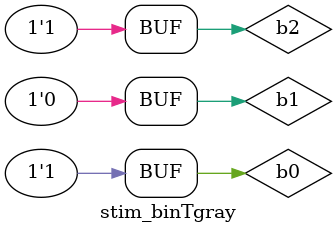
<source format=v>
module binaryTogray(b2,b1,b0,g2,g1,g0);
  
  input b2,b1,b0; 
  output g2,g1,g0;
   
  assign g2=b2; 
  assign g1=b2^b1; 
  assign g0=b1^b0;

endmodule

module stim_binTgray();
  
  wire g2,g1,g0;
  reg b2,b1,b0;
  
  binaryTogray bg(b2,b1,b0,g2,g1,g0);
  
  initial begin
    
    #10
    b2 = 1'b0;  b1 = 1'b1;  b0 = 1'b0;
    #10
    b2 = 1'b1;
    #10
    b2 = 1'b0; b1 = 1'b0; b0 = 1'b1;
    #10
    b2 = 1'b1;
    
  end
  
endmodule
</source>
